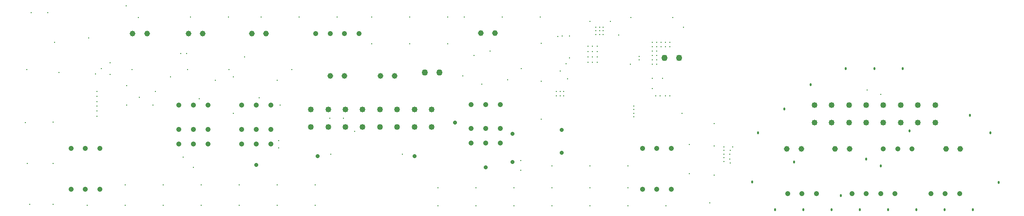
<source format=gbr>
%FSTAX26Y26*%
%MOMM*%
%SFA1B1*%

%IPPOS*%
%ADD73C,1.019998*%
%ADD75C,1.099998*%
%ADD76C,0.899998*%
%ADD77C,0.999998*%
%ADD78C,0.457199*%
%ADD79C,0.304799*%
%ADD80C,0.711199*%
%LNpcb1_pth_drill-1*%
%LPD*%
G54D73*
X-35048977Y01193977D03*
X-32048983D03*
X-29048989D03*
X-26048995D03*
X-23048976D03*
X-20048982D03*
X-17048988D03*
X-14048994D03*
Y04193997D03*
X-17048988D03*
X-20048982D03*
X-23048976D03*
X-26048995D03*
X-29048989D03*
X-32048983D03*
X-35048977D03*
X52467992Y0195298D03*
X55467986D03*
X5846798D03*
X61468D03*
X64467994D03*
X67467988D03*
X70467982D03*
X73467976D03*
Y04953D03*
X70467982D03*
X67467988D03*
X64467994D03*
X61468D03*
X5846798D03*
X55467986D03*
X52467992D03*
G54D75*
X-1524Y10668D03*
X-127D03*
X26416Y13208D03*
X28956D03*
G54D76*
X-74254995Y-09652D03*
X-71755D03*
X-7675499D03*
X-74254995Y-0254D03*
X-71755D03*
X-7675499D03*
X-58039Y-01778D03*
X-55499D03*
X-52959D03*
X-47117D03*
X-44577D03*
X-42037D03*
Y00762D03*
Y04953D03*
X-44577D03*
Y00762D03*
X-47117Y04953D03*
Y00762D03*
X-52959Y04953D03*
Y00762D03*
X-55499Y04953D03*
X-58039D03*
Y00762D03*
X-55499D03*
X-3420999Y17399D03*
X-31709995D03*
X-2921D03*
X-26709979D03*
X-07239Y-01651D03*
X-04699D03*
X-02159D03*
Y00889D03*
X-04699D03*
Y0508D03*
X-02159D03*
X-07239D03*
Y00889D03*
X22558984Y-09652D03*
X25058979D03*
X27559D03*
Y-0254D03*
X25058979D03*
X22558984D03*
X47791979Y-10414D03*
X50292D03*
X52791995D03*
X58987969D03*
X61487989D03*
X63987984D03*
X66487979D03*
X72683979D03*
X75184D03*
X77683995D03*
X69428995Y-02667D03*
X66928999D03*
X64428979D03*
G54D77*
X-42818989Y17399D03*
X-45318984D03*
X-53848D03*
X-56347995D03*
X-63519989D03*
X-66019984D03*
X-31709995Y10033D03*
X-2921D03*
X-22987D03*
X-20486979D03*
X-05547995Y17526D03*
X-03048D03*
X47664979Y-02667D03*
X50165D03*
X56046979D03*
X58547D03*
X75311D03*
X77810995D03*
G54D78*
X41656Y-08381999D03*
X45593Y-13208D03*
X50509703D03*
X55426406D03*
X57023Y-10795D03*
X60343135Y-13208D03*
X65259839D03*
X70176567D03*
X75093271D03*
X8001D03*
X84455Y-08509D03*
X83058Y00127D03*
X79502Y03175D03*
X68961Y00508D03*
X64008Y-05588D03*
X61468Y-04445D03*
X48895Y-04953D03*
X42672Y00127D03*
X47244Y04318D03*
X51816Y08509D03*
X57948271Y11303D03*
X62865D03*
X67781703D03*
G54D79*
X-73914Y-12446D03*
X-6731D03*
X-60706D03*
Y-0889D03*
X-55499Y-05842D03*
X-54102Y-0889D03*
Y-12446D03*
X-47498D03*
Y-0889D03*
X-40894Y-12446D03*
Y-0889D03*
X-3429Y-12446D03*
Y-0889D03*
X-31623Y-03556D03*
X-27439848Y0041976D03*
X-29344848Y0270576D03*
X-31757848D03*
X-38354Y11176D03*
X-40894Y09271D03*
X-40384857Y04947945D03*
X-44067857Y06217945D03*
X-48514Y09906D03*
X-49276Y11176D03*
X-46609Y13335D03*
X-43662346Y20311262D03*
X-49377346D03*
X-51689Y09271D03*
X-54481857Y06090945D03*
X-48514Y03556D03*
X-40647848Y-01231214D03*
Y-02501214D03*
X-24511Y15621D03*
Y2032D03*
X-30454346Y20311262D03*
X-37058346D03*
X-19177Y-03556D03*
X-12954Y-09398D03*
Y-12573D03*
X-0635D03*
Y-09398D03*
X00254Y-12573D03*
Y-09398D03*
X01397Y-0635D03*
Y-04699D03*
X06858Y-12573D03*
X13462D03*
Y-09398D03*
Y-05588D03*
X06858D03*
Y-09398D03*
X20066Y-12573D03*
X2667D03*
X20066Y-09398D03*
Y-05588D03*
X30734Y-06985D03*
X3429Y-12065D03*
X36703Y-04826D03*
X37846Y-0508D03*
X37719Y-04445D03*
Y-03556D03*
X37846Y-02921D03*
X38227Y-02286D03*
X36703D03*
Y-02921D03*
Y-03556D03*
Y-04190999D03*
X35052Y01778D03*
Y-02159D03*
Y-07239D03*
X30734Y-01905D03*
X29464Y03556D03*
X27305Y06604D03*
X26035Y09652D03*
X24257D03*
Y12065D03*
X25019D03*
X24257Y07874D03*
X24892Y06604D03*
X25654D03*
X26543D03*
X20447Y12065D03*
X21082Y04826D03*
Y04190999D03*
Y03556D03*
Y02921D03*
X27305Y15113D03*
Y15875D03*
X27813Y20193D03*
X29718Y18542D03*
X26543Y15875D03*
X25781D03*
X25019D03*
X24257D03*
Y15113D03*
X25019D03*
X25781D03*
X26543D03*
X25019Y14351D03*
X24257D03*
Y13589D03*
Y12827D03*
X25019D03*
Y13589D03*
X20574Y20193D03*
X21971Y13462D03*
Y12827D03*
X18415Y17145D03*
X15748Y17272D03*
X15113D03*
Y17907D03*
X15748D03*
Y18542D03*
X15113D03*
X17018Y19558D03*
X14732Y1524D03*
Y14308658D03*
Y13377316D03*
Y12446D03*
X14478Y17272D03*
Y17907D03*
Y18542D03*
X13462Y19558D03*
X13081Y1524D03*
X139065D03*
Y14308658D03*
X13081D03*
Y13377316D03*
X139065D03*
Y12446D03*
X13081D03*
X09906Y17018D03*
X08636D03*
X07874Y16891D03*
X09906Y13208D03*
X09271Y12192D03*
X08255Y10922D03*
X09525Y09525D03*
X0889Y07366D03*
X08255D03*
X0762D03*
Y06604D03*
X08255D03*
X0889D03*
X04953Y09144D03*
Y15748D03*
X04826Y2032D03*
X-01778D03*
X-03937Y14351D03*
X-05334Y08636D03*
X-00889Y09398D03*
X01524Y11303D03*
X04953Y0254D03*
X-06731Y13589D03*
X-08636Y10033D03*
X-11303Y15621D03*
X-08381999Y2032D03*
X-11303D03*
X-17907D03*
Y15621D03*
X-55981346Y20311262D03*
X-56642Y1397D03*
X-57658D03*
X-56515Y11176D03*
X-59436Y09906D03*
X-62103Y07366D03*
X-62484Y04953D03*
X-67055999Y08381999D03*
X-66165857Y11170945D03*
X-64897Y0635D03*
X-67055999Y04953D03*
X-69977Y10287D03*
X-71501Y11303D03*
X-69977Y12319D03*
X-65024Y20193D03*
X-67157346Y22216262D03*
X-73634346Y16628262D03*
X-79603346Y15866262D03*
X-78841346Y10659262D03*
X-72263Y07366D03*
Y06477D03*
Y05588D03*
Y04826D03*
Y03937D03*
Y03048D03*
X-72517Y10414D03*
X-79857346Y02023262D03*
X-84683346Y01896262D03*
X-84302346Y-05215712D03*
X-83947Y-12319D03*
X-79857346Y-12327712D03*
X-79883Y-05207D03*
X-6731Y-0889D03*
X-57277Y-04064D03*
X-80746346Y21073262D03*
X-83667346D03*
X-84429346Y11167262D03*
X61595Y0762D03*
X64008Y06858D03*
G54D80*
X-44577Y-05461D03*
X-33909Y-03937D03*
X-17018D03*
X-10033Y01905D03*
X-04699Y-05842D03*
X0Y-04953D03*
X08509Y-03302D03*
Y00635D03*
X0Y0D03*
M02*
</source>
